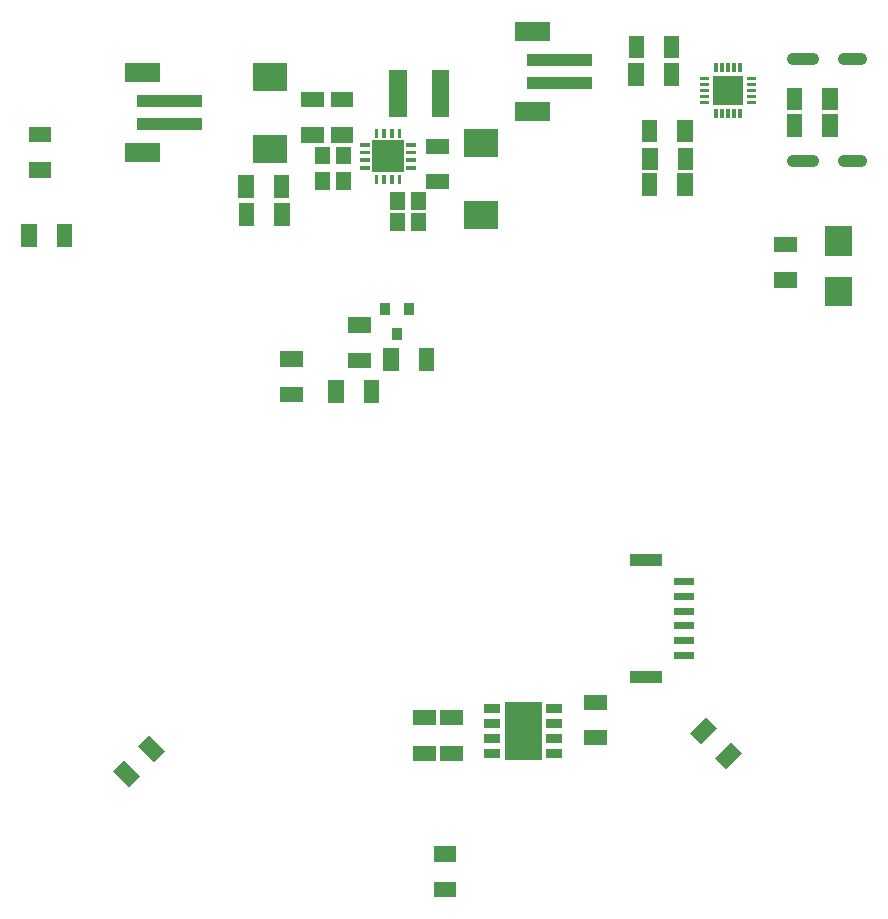
<source format=gbr>
G04 start of page 11 for group -4014 idx -4014 *
G04 Title: (unknown), bottompaste *
G04 Creator: pcb 4.2.0 *
G04 CreationDate: Mon Mar  2 00:57:09 2020 UTC *
G04 For: blinken *
G04 Format: Gerber/RS-274X *
G04 PCB-Dimensions (mm): 90.16 90.16 *
G04 PCB-Coordinate-Origin: lower left *
%MOMM*%
%FSLAX43Y43*%
%LNBOTTOMPASTE*%
%ADD98C,1.000*%
%ADD97C,0.002*%
G54D97*G36*
X62129Y86981D02*X60829D01*
Y85081D01*
X62129D01*
Y86981D01*
G37*
G36*
X59130D02*X57830D01*
Y85081D01*
X59130D01*
Y86981D01*
G37*
G36*
X62113Y84660D02*X60813D01*
Y82760D01*
X62113D01*
Y84660D01*
G37*
G36*
X59113D02*X57813D01*
Y82760D01*
X59113D01*
Y84660D01*
G37*
G36*
X67390Y80739D02*X67091D01*
Y80010D01*
X67390D01*
Y80739D01*
G37*
G36*
X66890D02*X66590D01*
Y80010D01*
X66890D01*
Y80739D01*
G37*
G36*
X66390D02*X66090D01*
Y80010D01*
X66390D01*
Y80739D01*
G37*
G36*
X65890D02*X65590D01*
Y80010D01*
X65890D01*
Y80739D01*
G37*
G36*
X63910Y81489D02*Y81190D01*
X64639D01*
Y81489D01*
X63910D01*
G37*
G36*
Y81990D02*Y81690D01*
X64639D01*
Y81990D01*
X63910D01*
G37*
G36*
Y82490D02*Y82190D01*
X64639D01*
Y82490D01*
X63910D01*
G37*
G36*
Y82990D02*Y82690D01*
X64639D01*
Y82990D01*
X63910D01*
G37*
G36*
Y83490D02*Y83191D01*
X64639D01*
Y83490D01*
X63910D01*
G37*
G36*
X64990Y82340D02*Y81090D01*
X66240D01*
Y82340D01*
X64990D01*
G37*
G36*
X66240D02*Y81090D01*
X67490D01*
Y82340D01*
X66240D01*
G37*
G36*
Y83590D02*Y82340D01*
X67490D01*
Y83590D01*
X66240D01*
G37*
G36*
X64990D02*Y82340D01*
X66240D01*
Y83590D01*
X64990D01*
G37*
G36*
X65389Y84671D02*X65090D01*
Y83942D01*
X65389D01*
Y84671D01*
G37*
G36*
X65890D02*X65590D01*
Y83942D01*
X65890D01*
Y84671D01*
G37*
G36*
X66390D02*X66090D01*
Y83942D01*
X66390D01*
Y84671D01*
G37*
G36*
X66890D02*X66590D01*
Y83942D01*
X66890D01*
Y84671D01*
G37*
G36*
X67390D02*X67091D01*
Y83942D01*
X67390D01*
Y84671D01*
G37*
G36*
X67842Y83490D02*Y83191D01*
X68571D01*
Y83490D01*
X67842D01*
G37*
G36*
Y82990D02*Y82690D01*
X68571D01*
Y82990D01*
X67842D01*
G37*
G36*
Y82490D02*Y82190D01*
X68571D01*
Y82490D01*
X67842D01*
G37*
G36*
Y81990D02*Y81690D01*
X68571D01*
Y81990D01*
X67842D01*
G37*
G36*
Y81489D02*Y81190D01*
X68571D01*
Y81489D01*
X67842D01*
G37*
G36*
X65389Y80739D02*X65090D01*
Y80010D01*
X65389D01*
Y80739D01*
G37*
G36*
X63258Y75327D02*X61958D01*
Y73427D01*
X63258D01*
Y75327D01*
G37*
G36*
X60258D02*X58958D01*
Y73427D01*
X60258D01*
Y75327D01*
G37*
G36*
X60274Y77507D02*X58974D01*
Y75607D01*
X60274D01*
Y77507D01*
G37*
G36*
X63273D02*X61973D01*
Y75607D01*
X63273D01*
Y77507D01*
G37*
G36*
X60256Y79871D02*X58956D01*
Y77971D01*
X60256D01*
Y79871D01*
G37*
G36*
X63256D02*X61956D01*
Y77971D01*
X63256D01*
Y79871D01*
G37*
G36*
X35110Y77885D02*Y77585D01*
X35910D01*
Y77885D01*
X35110D01*
G37*
G36*
Y77235D02*Y76935D01*
X35910D01*
Y77235D01*
X35110D01*
G37*
G36*
Y76585D02*Y76285D01*
X35910D01*
Y76585D01*
X35110D01*
G37*
G36*
Y75935D02*Y75635D01*
X35910D01*
Y75935D01*
X35110D01*
G37*
G36*
X39010D02*Y75635D01*
X39810D01*
Y75935D01*
X39010D01*
G37*
G36*
Y76585D02*Y76285D01*
X39810D01*
Y76585D01*
X39010D01*
G37*
G36*
Y77235D02*Y76935D01*
X39810D01*
Y77235D01*
X39010D01*
G37*
G36*
Y77885D02*Y77585D01*
X39810D01*
Y77885D01*
X39010D01*
G37*
G36*
X36635Y75210D02*X36335D01*
Y74410D01*
X36635D01*
Y75210D01*
G37*
G36*
X37285D02*X36985D01*
Y74410D01*
X37285D01*
Y75210D01*
G37*
G36*
X37935D02*X37635D01*
Y74410D01*
X37935D01*
Y75210D01*
G37*
G36*
X38585D02*X38285D01*
Y74410D01*
X38585D01*
Y75210D01*
G37*
G36*
Y79110D02*X38285D01*
Y78310D01*
X38585D01*
Y79110D01*
G37*
G36*
X37935D02*X37635D01*
Y78310D01*
X37935D01*
Y79110D01*
G37*
G36*
X37285D02*X36985D01*
Y78310D01*
X37285D01*
Y79110D01*
G37*
G36*
X36635D02*X36335D01*
Y78310D01*
X36635D01*
Y79110D01*
G37*
G36*
X36110Y78110D02*Y75410D01*
X38810D01*
Y78110D01*
X36110D01*
G37*
G36*
X49190Y85450D02*Y84450D01*
X54690D01*
Y85450D01*
X49190D01*
G37*
G36*
Y83450D02*Y82450D01*
X54690D01*
Y83450D01*
X49190D01*
G37*
G36*
X48190Y88150D02*Y86550D01*
X51190D01*
Y88150D01*
X48190D01*
G37*
G36*
Y81350D02*Y79750D01*
X51190D01*
Y81350D01*
X48190D01*
G37*
G36*
X40690Y71950D02*X39390D01*
Y70450D01*
X40690D01*
Y71950D01*
G37*
G36*
X38890D02*X37590D01*
Y70450D01*
X38890D01*
Y71950D01*
G37*
G36*
X29124Y72781D02*X27824D01*
Y70881D01*
X29124D01*
Y72781D01*
G37*
G36*
X26124D02*X24824D01*
Y70881D01*
X26124D01*
Y72781D01*
G37*
G36*
X29094Y75157D02*X27794D01*
Y73257D01*
X29094D01*
Y75157D01*
G37*
G36*
X26094D02*X24794D01*
Y73257D01*
X26094D01*
Y75157D01*
G37*
G36*
X41351Y60524D02*X40051D01*
Y58624D01*
X41351D01*
Y60524D01*
G37*
G36*
X38351D02*X37051D01*
Y58624D01*
X38351D01*
Y60524D01*
G37*
G36*
X36697Y57825D02*X35397D01*
Y55925D01*
X36697D01*
Y57825D01*
G37*
G36*
X33698D02*X32398D01*
Y55925D01*
X33698D01*
Y57825D01*
G37*
G36*
X37653Y64343D02*X36790D01*
Y63327D01*
X37653D01*
Y64343D01*
G37*
G36*
X39634D02*X38771D01*
Y63327D01*
X39634D01*
Y64343D01*
G37*
G36*
X38644Y62260D02*X37780D01*
Y61244D01*
X38644D01*
Y62260D01*
G37*
G36*
X28354Y57268D02*Y55968D01*
X30254D01*
Y57268D01*
X28354D01*
G37*
G36*
Y60268D02*Y58968D01*
X30254D01*
Y60268D01*
X28354D01*
G37*
G36*
X76760Y66560D02*X74460D01*
Y64060D01*
X76760D01*
Y66560D01*
G37*
G36*
Y70860D02*X74460D01*
Y68360D01*
X76760D01*
Y70860D01*
G37*
G36*
X38900Y73750D02*X37600D01*
Y72250D01*
X38900D01*
Y73750D01*
G37*
G36*
X40700D02*X39400D01*
Y72250D01*
X40700D01*
Y73750D01*
G37*
G36*
X34095Y63142D02*Y61842D01*
X35995D01*
Y63142D01*
X34095D01*
G37*
G36*
Y60142D02*Y58842D01*
X35995D01*
Y60142D01*
X34095D01*
G37*
G54D98*X71750Y76390D02*X73440D01*
X71750Y85040D02*X73440D01*
X76100Y76390D02*X77500D01*
X76100Y85040D02*X77500D01*
G54D97*G36*
X75524Y82573D02*X74224D01*
Y80674D01*
X75524D01*
Y82573D01*
G37*
G36*
X72524D02*X71224D01*
Y80674D01*
X72524D01*
Y82573D01*
G37*
G36*
X75533Y80321D02*X74233D01*
Y78422D01*
X75533D01*
Y80321D01*
G37*
G36*
X72533D02*X71233D01*
Y78422D01*
X72533D01*
Y80321D01*
G37*
G36*
X70170Y66950D02*Y65650D01*
X72070D01*
Y66950D01*
X70170D01*
G37*
G36*
Y69950D02*Y68650D01*
X72070D01*
Y69950D01*
X70170D01*
G37*
G36*
X65275Y28376D02*X64356Y29295D01*
X63013Y27952D01*
X63932Y27032D01*
X65275Y28376D01*
G37*
G36*
X67397Y26254D02*X66477Y27174D01*
X65134Y25830D01*
X66053Y24911D01*
X67397Y26254D01*
G37*
G36*
X41345Y18348D02*Y17048D01*
X43245D01*
Y18348D01*
X41345D01*
G37*
G36*
Y15349D02*Y14049D01*
X43245D01*
Y15349D01*
X41345D01*
G37*
G36*
X17222Y27748D02*X16303Y26829D01*
X17647Y25486D01*
X18566Y26405D01*
X17222Y27748D01*
G37*
G36*
X15101Y25627D02*X14182Y24708D01*
X15526Y23364D01*
X16445Y24284D01*
X15101Y25627D01*
G37*
G36*
X50520Y30570D02*X47320D01*
Y25670D01*
X50520D01*
Y30570D01*
G37*
G36*
X45620Y26590D02*Y25840D01*
X46970D01*
Y26590D01*
X45620D01*
G37*
G36*
Y27860D02*Y27110D01*
X46970D01*
Y27860D01*
X45620D01*
G37*
G36*
Y29130D02*Y28380D01*
X46970D01*
Y29130D01*
X45620D01*
G37*
G36*
Y30400D02*Y29650D01*
X46970D01*
Y30400D01*
X45620D01*
G37*
G36*
X50870Y26590D02*Y25840D01*
X52220D01*
Y26590D01*
X50870D01*
G37*
G36*
Y27860D02*Y27110D01*
X52220D01*
Y27860D01*
X50870D01*
G37*
G36*
Y29130D02*Y28380D01*
X52220D01*
Y29130D01*
X50870D01*
G37*
G36*
Y30400D02*Y29650D01*
X52220D01*
Y30400D01*
X50870D01*
G37*
G36*
X39604Y29882D02*Y28582D01*
X41504D01*
Y29882D01*
X39604D01*
G37*
G36*
Y26883D02*Y25583D01*
X41504D01*
Y26883D01*
X39604D01*
G37*
G36*
X41888Y29878D02*Y28578D01*
X43788D01*
Y29878D01*
X41888D01*
G37*
G36*
Y26879D02*Y25579D01*
X43788D01*
Y26879D01*
X41888D01*
G37*
G36*
X54089Y31200D02*Y29900D01*
X55989D01*
Y31200D01*
X54089D01*
G37*
G36*
Y28200D02*Y26900D01*
X55989D01*
Y28200D01*
X54089D01*
G37*
G36*
X57953Y33167D02*Y32167D01*
X60653D01*
Y33167D01*
X57953D01*
G37*
G36*
X61653Y34817D02*Y34217D01*
X63353D01*
Y34817D01*
X61653D01*
G37*
G36*
Y36067D02*Y35467D01*
X63353D01*
Y36067D01*
X61653D01*
G37*
G36*
Y37317D02*Y36717D01*
X63353D01*
Y37317D01*
X61653D01*
G37*
G36*
Y38567D02*Y37967D01*
X63353D01*
Y38567D01*
X61653D01*
G37*
G36*
Y39817D02*Y39217D01*
X63353D01*
Y39817D01*
X61653D01*
G37*
G36*
Y41067D02*Y40467D01*
X63353D01*
Y41067D01*
X61653D01*
G37*
G36*
X57953Y43117D02*Y42117D01*
X60653D01*
Y43117D01*
X57953D01*
G37*
G36*
X30116Y82216D02*Y80916D01*
X32016D01*
Y82216D01*
X30116D01*
G37*
G36*
Y79216D02*Y77916D01*
X32016D01*
Y79216D01*
X30116D01*
G37*
G36*
X43881Y79084D02*Y76684D01*
X46781D01*
Y79084D01*
X43881D01*
G37*
G36*
Y72984D02*Y70584D01*
X46781D01*
Y72984D01*
X43881D01*
G37*
G36*
X40694Y78269D02*Y76969D01*
X42594D01*
Y78269D01*
X40694D01*
G37*
G36*
Y75269D02*Y73969D01*
X42594D01*
Y75269D01*
X40694D01*
G37*
G36*
X32543Y77589D02*X31243D01*
Y76090D01*
X32543D01*
Y77589D01*
G37*
G36*
X34343D02*X33043D01*
Y76090D01*
X34343D01*
Y77589D01*
G37*
G36*
X7063Y79262D02*Y77962D01*
X8963D01*
Y79262D01*
X7063D01*
G37*
G36*
Y76262D02*Y74962D01*
X8963D01*
Y76262D01*
X7063D01*
G37*
G36*
X34347Y75404D02*X33047D01*
Y73905D01*
X34347D01*
Y75404D01*
G37*
G36*
X32547D02*X31247D01*
Y73905D01*
X32547D01*
Y75404D01*
G37*
G36*
X39051Y84119D02*X37551D01*
Y80119D01*
X39051D01*
Y84119D01*
G37*
G36*
X42651D02*X41151D01*
Y80119D01*
X42651D01*
Y84119D01*
G37*
G36*
X32630Y82208D02*Y80908D01*
X34530D01*
Y82208D01*
X32630D01*
G37*
G36*
Y79209D02*Y77909D01*
X34530D01*
Y79209D01*
X32630D01*
G37*
G36*
X7697Y71027D02*X6397D01*
Y69127D01*
X7697D01*
Y71027D01*
G37*
G36*
X10697D02*X9397D01*
Y69127D01*
X10697D01*
Y71027D01*
G37*
G36*
X16189Y81983D02*Y80983D01*
X21689D01*
Y81983D01*
X16189D01*
G37*
G36*
Y79983D02*Y78983D01*
X21689D01*
Y79983D01*
X16189D01*
G37*
G36*
X15189Y84683D02*Y83083D01*
X18189D01*
Y84683D01*
X15189D01*
G37*
G36*
Y77883D02*Y76283D01*
X18189D01*
Y77883D01*
X15189D01*
G37*
G36*
X25998Y84692D02*Y82292D01*
X28898D01*
Y84692D01*
X25998D01*
G37*
G36*
Y78592D02*Y76192D01*
X28898D01*
Y78592D01*
X25998D01*
G37*
M02*

</source>
